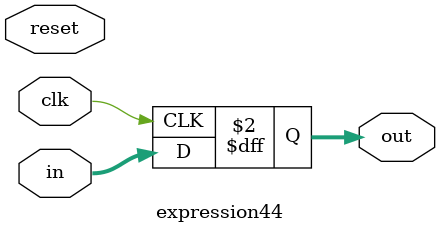
<source format=v>
module expression44
  #(parameter integer WIDTH = 8)
  (input wire             reset,
   input wire             clk,
   input wire [WIDTH-1:0] in,
   output reg [WIDTH-1:0] out);

   always @(posedge clk) out <= in;

endmodule

</source>
